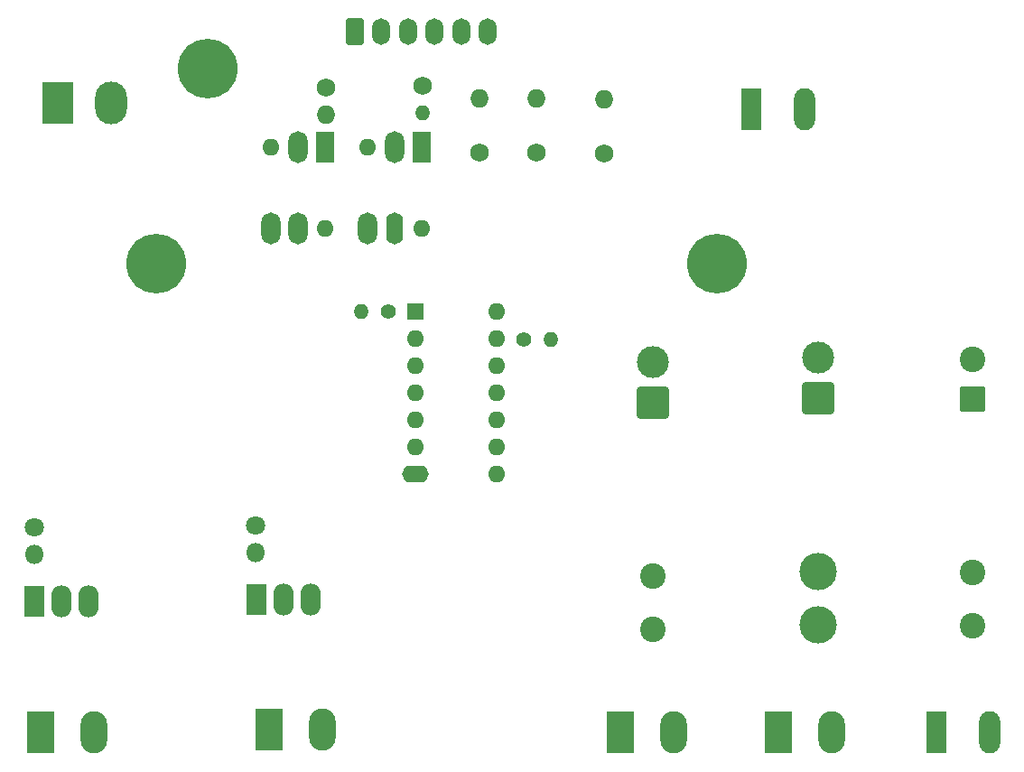
<source format=gbr>
%TF.GenerationSoftware,KiCad,Pcbnew,6.0.11+dfsg-1*%
%TF.CreationDate,2023-03-13T21:47:28-05:00*%
%TF.ProjectId,power_control,706f7765-725f-4636-9f6e-74726f6c2e6b,rev?*%
%TF.SameCoordinates,Original*%
%TF.FileFunction,Soldermask,Top*%
%TF.FilePolarity,Negative*%
%FSLAX46Y46*%
G04 Gerber Fmt 4.6, Leading zero omitted, Abs format (unit mm)*
G04 Created by KiCad (PCBNEW 6.0.11+dfsg-1) date 2023-03-13 21:47:28*
%MOMM*%
%LPD*%
G01*
G04 APERTURE LIST*
G04 Aperture macros list*
%AMRoundRect*
0 Rectangle with rounded corners*
0 $1 Rounding radius*
0 $2 $3 $4 $5 $6 $7 $8 $9 X,Y pos of 4 corners*
0 Add a 4 corners polygon primitive as box body*
4,1,4,$2,$3,$4,$5,$6,$7,$8,$9,$2,$3,0*
0 Add four circle primitives for the rounded corners*
1,1,$1+$1,$2,$3*
1,1,$1+$1,$4,$5*
1,1,$1+$1,$6,$7*
1,1,$1+$1,$8,$9*
0 Add four rect primitives between the rounded corners*
20,1,$1+$1,$2,$3,$4,$5,0*
20,1,$1+$1,$4,$5,$6,$7,0*
20,1,$1+$1,$6,$7,$8,$9,0*
20,1,$1+$1,$8,$9,$2,$3,0*%
G04 Aperture macros list end*
%ADD10C,2.400000*%
%ADD11RoundRect,0.249600X-0.950400X0.950400X-0.950400X-0.950400X0.950400X-0.950400X0.950400X0.950400X0*%
%ADD12C,1.750000*%
%ADD13O,1.750000X1.750000*%
%ADD14R,1.980000X3.960000*%
%ADD15O,1.980000X3.960000*%
%ADD16RoundRect,0.250000X-0.600000X-1.000000X0.600000X-1.000000X0.600000X1.000000X-0.600000X1.000000X0*%
%ADD17O,1.700000X2.500000*%
%ADD18R,1.905000X3.000000*%
%ADD19O,1.905000X3.000000*%
%ADD20O,1.600000X1.600000*%
%ADD21O,1.600000X3.000000*%
%ADD22O,1.800000X3.000000*%
%ADD23R,1.800000X3.000000*%
%ADD24R,2.500000X3.960000*%
%ADD25O,2.500000X3.960000*%
%ADD26C,5.600000*%
%ADD27O,1.400000X1.400000*%
%ADD28C,3.500000*%
%ADD29RoundRect,0.312000X-1.188000X1.188000X-1.188000X-1.188000X1.188000X-1.188000X1.188000X1.188000X0*%
%ADD30C,3.000000*%
%ADD31R,1.600000X1.600000*%
%ADD32O,2.500000X1.600000*%
%ADD33C,1.400000*%
%ADD34C,1.800000*%
%ADD35O,1.800000X1.800000*%
%ADD36R,3.000000X3.960000*%
%ADD37O,3.000000X4.000000*%
G04 APERTURE END LIST*
D10*
%TO.C,U_fan1*%
X197583000Y-93466000D03*
X197583000Y-98466000D03*
D11*
X197583000Y-77216000D03*
D10*
X197583000Y-73466000D03*
%TD*%
D12*
%TO.C,R9*%
X163068000Y-54179000D03*
D13*
X163068000Y-49099000D03*
%TD*%
D14*
%TO.C,J_fan1*%
X194183000Y-108458000D03*
D15*
X199183000Y-108458000D03*
%TD*%
D16*
%TO.C,J1*%
X139673000Y-42753000D03*
D17*
X142173000Y-42753000D03*
X144673000Y-42753000D03*
X147173000Y-42753000D03*
X149673000Y-42753000D03*
X152173000Y-42753000D03*
%TD*%
D18*
%TO.C,Q1*%
X109660000Y-96145000D03*
D19*
X112200000Y-96145000D03*
X114740000Y-96145000D03*
%TD*%
D20*
%TO.C,U2*%
X145925000Y-61220000D03*
D21*
X143385000Y-61220000D03*
D22*
X140845000Y-61220000D03*
D20*
X140845000Y-53600000D03*
D22*
X143385000Y-53600000D03*
D23*
X145925000Y-53600000D03*
%TD*%
D24*
%TO.C,J_wpump1*%
X179411500Y-108439000D03*
D25*
X184411500Y-108439000D03*
%TD*%
D12*
%TO.C,R2*%
X156718000Y-54102000D03*
D13*
X156718000Y-49022000D03*
%TD*%
D26*
%TO.C,H2*%
X173609000Y-64516000D03*
%TD*%
D20*
%TO.C,U3*%
X136925000Y-61220000D03*
D22*
X134385000Y-61220000D03*
X131845000Y-61220000D03*
D20*
X131845000Y-53600000D03*
D22*
X134385000Y-53600000D03*
D23*
X136925000Y-53600000D03*
%TD*%
D12*
%TO.C,R3*%
X146000000Y-47780000D03*
D27*
X146000000Y-50320000D03*
%TD*%
D28*
%TO.C,U_wpump1*%
X183134000Y-93339000D03*
X183134000Y-98339000D03*
D29*
X183134000Y-77089000D03*
D30*
X183134000Y-73339000D03*
%TD*%
D31*
%TO.C,U1*%
X145400000Y-68975000D03*
D20*
X145400000Y-71515000D03*
X145400000Y-74055000D03*
X145400000Y-76595000D03*
X145400000Y-79135000D03*
X145400000Y-81675000D03*
D32*
X145400000Y-84215000D03*
D20*
X153020000Y-84215000D03*
X153020000Y-81675000D03*
X153020000Y-79135000D03*
X153020000Y-76595000D03*
X153020000Y-74055000D03*
X153020000Y-71515000D03*
X153020000Y-68975000D03*
%TD*%
D24*
%TO.C,OUT2*%
X131635000Y-108200000D03*
D25*
X136635000Y-108200000D03*
%TD*%
D33*
%TO.C,R6*%
X155490000Y-71600000D03*
D27*
X158030000Y-71600000D03*
%TD*%
D18*
%TO.C,Q2*%
X130460000Y-96000000D03*
D19*
X133000000Y-96000000D03*
X135540000Y-96000000D03*
%TD*%
D12*
%TO.C,R1*%
X151384000Y-54052000D03*
D13*
X151384000Y-48972000D03*
%TD*%
D26*
%TO.C,H1*%
X125857000Y-46228000D03*
%TD*%
D34*
%TO.C,R7*%
X109600000Y-89180000D03*
D35*
X109600000Y-91720000D03*
%TD*%
D26*
%TO.C,H3*%
X121031000Y-64516000D03*
%TD*%
D14*
%TO.C,5V1*%
X176835000Y-50000000D03*
D15*
X181835000Y-50000000D03*
%TD*%
D33*
%TO.C,R5*%
X142820000Y-69000000D03*
D27*
X140280000Y-69000000D03*
%TD*%
D36*
%TO.C,12V1*%
X111835000Y-49400000D03*
D37*
X116835000Y-49400000D03*
%TD*%
D24*
%TO.C,J_oxygen1*%
X164545000Y-108458000D03*
D25*
X169545000Y-108458000D03*
%TD*%
D34*
%TO.C,R8*%
X130400000Y-89035000D03*
D35*
X130400000Y-91575000D03*
%TD*%
D24*
%TO.C,OUT1*%
X110235000Y-108400000D03*
D25*
X115235000Y-108400000D03*
%TD*%
D10*
%TO.C,U_oxygen1*%
X167667500Y-93758000D03*
X167667500Y-98758000D03*
D29*
X167667500Y-77508000D03*
D30*
X167667500Y-73758000D03*
%TD*%
D12*
%TO.C,R4*%
X137000000Y-48000000D03*
D13*
X137000000Y-50540000D03*
%TD*%
M02*

</source>
